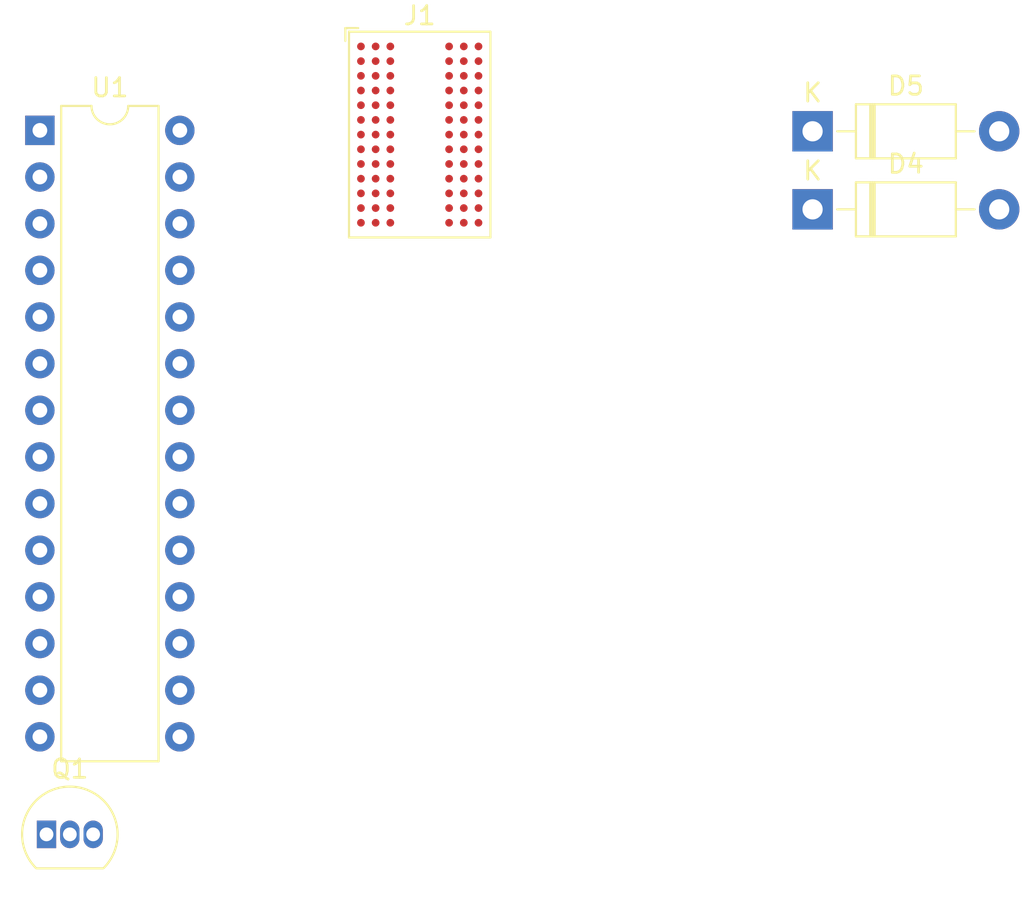
<source format=kicad_pcb>
(kicad_pcb (version 20211014) (generator pcbnew)
  (layers (0 "F.Cu" signal) (31 "B.Cu" signal) (34 "B.Paste" user) (35 "F.Paste" user) (36 "B.SilkS" user "B.Silkscreen") (37 "F.SilkS" user "F.Silkscreen") (38 "B.Mask" user) (39 "F.Mask" user) (44 "Edge.Cuts" user))
  (net 0 "")
  (net 1 "+5V")
  (net 2 "Net-(Q1-Pad2)")
  (net 3 "Net-(D6-Pad1)")
  (net 4 "/rst")
  (net 5 "/rx")
  (net 6 "/tx")
  (net 7 "/yellow")
  (net 8 "/servo_pwm")
  (net 9 "/echo")
  (net 10 "12V_GND")
  (net 11 "/osc1")
  (net 12 "/osc2")
  (net 13 "/trigger")
  (net 15 "/ctrl_motor")
  (net 16 "/buzzer")
  (net 17 "/red")
  (net 18 "/green")
  (net 19 "/MOSI")
  (net 20 "/MISO")
  (net 21 "/SCK")
  (net 22 "/batt_lvl")
  (net 23 "/ENABLE")
  (net 24 "/DIR1")
  (net 25 "/DIR2")
  (net 26 "/SDA")
  (net 27 "/SCL")
  (net 28 "Net-(D4-Pad1)")
  (net 29 "Net-(D4-Pad2)")
  (net 30 "Net-(D5-Pad2)")
  (footprint "Package_BGA:FBGA-78_7.5x11mm_Layout2x3x13_P0.8mm" (layer "F.Cu") (at 81.28 96.52)
    (fp_text reference "J1" (at 0 -6.48) (layer "F.SilkS"))
    (fp_text value "Ext. Ultrassonic Sensor Conn.")
    (fp_line (start -3.85 5.6) (end -3.85 -5.6) (layer "F.SilkS") (width 0.12))
    (fp_line (start -4.05 -5.8) (end -3.35 -5.8) (layer "F.SilkS") (width 0.12))
    (fp_line (start 3.85 5.6) (end -3.85 5.6) (layer "F.SilkS") (width 0.12))
    (fp_line (start -4.05 -5.1) (end -4.05 -5.8) (layer "F.SilkS") (width 0.12))
    (fp_line (start -3.85 -5.6) (end 3.85 -5.6) (layer "F.SilkS") (width 0.12))
    (fp_line (start 3.85 -5.6) (end 3.85 5.6) (layer "F.SilkS") (width 0.12))
    (pad "A1" smd circle (at -3.2 -4.8) (size 0.42 0.42) (layers "F.Cu" "F.Paste" "F.Mask"))
    (pad "A2" smd circle (at -2.4 -4.8) (size 0.42 0.42) (layers "F.Cu" "F.Paste" "F.Mask"))
    (pad "A3" smd circle (at -1.6 -4.8) (size 0.42 0.42) (layers "F.Cu" "F.Paste" "F.Mask"))
    (pad "A7" smd circle (at 1.6 -4.8) (size 0.42 0.42) (layers "F.Cu" "F.Paste" "F.Mask"))
    (pad "A8" smd circle (at 2.4 -4.8) (size 0.42 0.42) (layers "F.Cu" "F.Paste" "F.Mask"))
    (pad "A9" smd circle (at 3.2 -4.8) (size 0.42 0.42) (layers "F.Cu" "F.Paste" "F.Mask"))
    (pad "B1" smd circle (at -3.2 -4) (size 0.42 0.42) (layers "F.Cu" "F.Paste" "F.Mask"))
    (pad "B2" smd circle (at -2.4 -4) (size 0.42 0.42) (layers "F.Cu" "F.Paste" "F.Mask"))
    (pad "B3" smd circle (at -1.6 -4) (size 0.42 0.42) (layers "F.Cu" "F.Paste" "F.Mask"))
    (pad "B7" smd circle (at 1.6 -4) (size 0.42 0.42) (layers "F.Cu" "F.Paste" "F.Mask"))
    (pad "B8" smd circle (at 2.4 -4) (size 0.42 0.42) (layers "F.Cu" "F.Paste" "F.Mask"))
    (pad "B9" smd circle (at 3.2 -4) (size 0.42 0.42) (layers "F.Cu" "F.Paste" "F.Mask"))
    (pad "C1" smd circle (at -3.2 -3.2) (size 0.42 0.42) (layers "F.Cu" "F.Paste" "F.Mask"))
    (pad "C2" smd circle (at -2.4 -3.2) (size 0.42 0.42) (layers "F.Cu" "F.Paste" "F.Mask"))
    (pad "C3" smd circle (at -1.6 -3.2) (size 0.42 0.42) (layers "F.Cu" "F.Paste" "F.Mask"))
    (pad "C7" smd circle (at 1.6 -3.2) (size 0.42 0.42) (layers "F.Cu" "F.Paste" "F.Mask"))
    (pad "C8" smd circle (at 2.4 -3.2) (size 0.42 0.42) (layers "F.Cu" "F.Paste" "F.Mask"))
    (pad "C9" smd circle (at 3.2 -3.2) (size 0.42 0.42) (layers "F.Cu" "F.Paste" "F.Mask"))
    (pad "D1" smd circle (at -3.2 -2.4) (size 0.42 0.42) (layers "F.Cu" "F.Paste" "F.Mask"))
    (pad "D2" smd circle (at -2.4 -2.4) (size 0.42 0.42) (layers "F.Cu" "F.Paste" "F.Mask"))
    (pad "D3" smd circle (at -1.6 -2.4) (size 0.42 0.42) (layers "F.Cu" "F.Paste" "F.Mask"))
    (pad "D7" smd circle (at 1.6 -2.4) (size 0.42 0.42) (layers "F.Cu" "F.Paste" "F.Mask"))
    (pad "D8" smd circle (at 2.4 -2.4) (size 0.42 0.42) (layers "F.Cu" "F.Paste" "F.Mask"))
    (pad "D9" smd circle (at 3.2 -2.4) (size 0.42 0.42) (layers "F.Cu" "F.Paste" "F.Mask"))
    (pad "E1" smd circle (at -3.2 -1.6) (size 0.42 0.42) (layers "F.Cu" "F.Paste" "F.Mask"))
    (pad "E2" smd circle (at -2.4 -1.6) (size 0.42 0.42) (layers "F.Cu" "F.Paste" "F.Mask"))
    (pad "E3" smd circle (at -1.6 -1.6) (size 0.42 0.42) (layers "F.Cu" "F.Paste" "F.Mask"))
    (pad "E7" smd circle (at 1.6 -1.6) (size 0.42 0.42) (layers "F.Cu" "F.Paste" "F.Mask"))
    (pad "E8" smd circle (at 2.4 -1.6) (size 0.42 0.42) (layers "F.Cu" "F.Paste" "F.Mask"))
    (pad "E9" smd circle (at 3.2 -1.6) (size 0.42 0.42) (layers "F.Cu" "F.Paste" "F.Mask"))
    (pad "F1" smd circle (at -3.2 -0.8) (size 0.42 0.42) (layers "F.Cu" "F.Paste" "F.Mask"))
    (pad "F2" smd circle (at -2.4 -0.8) (size 0.42 0.42) (layers "F.Cu" "F.Paste" "F.Mask"))
    (pad "F3" smd circle (at -1.6 -0.8) (size 0.42 0.42) (layers "F.Cu" "F.Paste" "F.Mask"))
    (pad "F7" smd circle (at 1.6 -0.8) (size 0.42 0.42) (layers "F.Cu" "F.Paste" "F.Mask"))
    (pad "F8" smd circle (at 2.4 -0.8) (size 0.42 0.42) (layers "F.Cu" "F.Paste" "F.Mask"))
    (pad "F9" smd circle (at 3.2 -0.8) (size 0.42 0.42) (layers "F.Cu" "F.Paste" "F.Mask"))
    (pad "G1" smd circle (at -3.2 0) (size 0.42 0.42) (layers "F.Cu" "F.Paste" "F.Mask"))
    (pad "G2" smd circle (at -2.4 0) (size 0.42 0.42) (layers "F.Cu" "F.Paste" "F.Mask"))
    (pad "G3" smd circle (at -1.6 0) (size 0.42 0.42) (layers "F.Cu" "F.Paste" "F.Mask"))
    (pad "G7" smd circle (at 1.6 0) (size 0.42 0.42) (layers "F.Cu" "F.Paste" "F.Mask"))
    (pad "G8" smd circle (at 2.4 0) (size 0.42 0.42) (layers "F.Cu" "F.Paste" "F.Mask"))
    (pad "G9" smd circle (at 3.2 0) (size 0.42 0.42) (layers "F.Cu" "F.Paste" "F.Mask"))
    (pad "H1" smd circle (at -3.2 0.8) (size 0.42 0.42) (layers "F.Cu" "F.Paste" "F.Mask"))
    (pad "H2" smd circle (at -2.4 0.8) (size 0.42 0.42) (layers "F.Cu" "F.Paste" "F.Mask"))
    (pad "H3" smd circle (at -1.6 0.8) (size 0.42 0.42) (layers "F.Cu" "F.Paste" "F.Mask"))
    (pad "H7" smd circle (at 1.6 0.8) (size 0.42 0.42) (layers "F.Cu" "F.Paste" "F.Mask"))
    (pad "H8" smd circle (at 2.4 0.8) (size 0.42 0.42) (layers "F.Cu" "F.Paste" "F.Mask"))
    (pad "H9" smd circle (at 3.2 0.8) (size 0.42 0.42) (layers "F.Cu" "F.Paste" "F.Mask"))
    (pad "J1" smd circle (at -3.2 1.6) (size 0.42 0.42) (layers "F.Cu" "F.Paste" "F.Mask"))
    (pad "J2" smd circle (at -2.4 1.6) (size 0.42 0.42) (layers "F.Cu" "F.Paste" "F.Mask"))
    (pad "J3" smd circle (at -1.6 1.6) (size 0.42 0.42) (layers "F.Cu" "F.Paste" "F.Mask"))
    (pad "J7" smd circle (at 1.6 1.6) (size 0.42 0.42) (layers "F.Cu" "F.Paste" "F.Mask"))
    (pad "J8" smd circle (at 2.4 1.6) (size 0.42 0.42) (layers "F.Cu" "F.Paste" "F.Mask"))
    (pad "J9" smd circle (at 3.2 1.6) (size 0.42 0.42) (layers "F.Cu" "F.Paste" "F.Mask"))
    (pad "K1" smd circle (at -3.2 2.4) (size 0.42 0.42) (layers "F.Cu" "F.Paste" "F.Mask"))
    (pad "K2" smd circle (at -2.4 2.4) (size 0.42 0.42) (layers "F.Cu" "F.Paste" "F.Mask"))
    (pad "K3" smd circle (at -1.6 2.4) (size 0.42 0.42) (layers "F.Cu" "F.Paste" "F.Mask"))
    (pad "K7" smd circle (at 1.6 2.4) (size 0.42 0.42) (layers "F.Cu" "F.Paste" "F.Mask"))
    (pad "K8" smd circle (at 2.4 2.4) (size 0.42 0.42) (layers "F.Cu" "F.Paste" "F.Mask"))
    (pad "K9" smd circle (at 3.2 2.4) (size 0.42 0.42) (layers "F.Cu" "F.Paste" "F.Mask"))
    (pad "L1" smd circle (at -3.2 3.2) (size 0.42 0.42) (layers "F.Cu" "F.Paste" "F.Mask"))
    (pad "L2" smd circle (at -2.4 3.2) (size 0.42 0.42) (layers "F.Cu" "F.Paste" "F.Mask"))
    (pad "L3" smd circle (at -1.6 3.2) (size 0.42 0.42) (layers "F.Cu" "F.Paste" "F.Mask"))
    (pad "L7" smd circle (at 1.6 3.2) (size 0.42 0.42) (layers "F.Cu" "F.Paste" "F.Mask"))
    (pad "L8" smd circle (at 2.4 3.2) (size 0.42 0.42) (layers "F.Cu" "F.Paste" "F.Mask"))
    (pad "L9" smd circle (at 3.2 3.2) (size 0.42 0.42) (layers "F.Cu" "F.Paste" "F.Mask"))
    (pad "M1" smd circle (at -3.2 4) (size 0.42 0.42) (layers "F.Cu" "F.Paste" "F.Mask"))
    (pad "M2" smd circle (at -2.4 4) (size 0.42 0.42) (layers "F.Cu" "F.Paste" "F.Mask"))
    (pad "M3" smd circle (at -1.6 4) (size 0.42 0.42) (layers "F.Cu" "F.Paste" "F.Mask"))
    (pad "M7" smd circle (at 1.6 4) (size 0.42 0.42) (layers "F.Cu" "F.Paste" "F.Mask"))
    (pad "M8" smd circle (at 2.4 4) (size 0.42 0.42) (layers "F.Cu" "F.Paste" "F.Mask"))
    (pad "M9" smd circle (at 3.2 4) (size 0.42 0.42) (layers "F.Cu" "F.Paste" "F.Mask"))
    (pad "N1" smd circle (at -3.2 4.8) (size 0.42 0.42) (layers "F.Cu" "F.Paste" "F.Mask"))
    (pad "N2" smd circle (at -2.4 4.8) (size 0.42 0.42) (layers "F.Cu" "F.Paste" "F.Mask"))
    (pad "N3" smd circle (at -1.6 4.8) (size 0.42 0.42) (layers "F.Cu" "F.Paste" "F.Mask"))
    (pad "N7" smd circle (at 1.6 4.8) (size 0.42 0.42) (layers "F.Cu" "F.Paste" "F.Mask"))
    (pad "N8" smd circle (at 2.4 4.8) (size 0.42 0.42) (layers "F.Cu" "F.Paste" "F.Mask"))
    (pad "N9" smd circle (at 3.2 4.8) (size 0.42 0.42) (layers "F.Cu" "F.Paste" "F.Mask"))
  )
  (footprint "Package_TO_SOT_THT:TO-92_Inline" (layer "F.Cu") (at 60.96 134.62)
    (fp_text reference "Q1" (at 1.27 -3.56) (layer "F.SilkS"))
    (fp_text value "BC337")
    (fp_line (start -0.53 1.85) (end 3.07 1.85) (layer "F.SilkS") (width 0.12))
    (fp_arc (start -0.568478 1.838478) (mid -1.132087 -0.994977) (end 1.27 -2.6) (layer "F.SilkS") (width 0.12))
    (fp_arc (start 1.27 -2.6) (mid 3.672087 -0.994977) (end 3.108478 1.838478) (layer "F.SilkS") (width 0.12))
    (pad "1" thru_hole rect (at 0 0) (size 1.05 1.5) (drill 0.75) (layers *.Cu *.Mask) (net 1 "+5V"))
    (pad "2" thru_hole oval (at 1.27 0) (size 1.05 1.5) (drill 0.75) (layers *.Cu *.Mask) (net 2 "Net-(Q1-Pad2)"))
    (pad "3" thru_hole oval (at 2.54 0) (size 1.05 1.5) (drill 0.75) (layers *.Cu *.Mask) (net 3 "Net-(D6-Pad1)"))
  )
  (footprint "Diode_THT:D_DO-41_SOD81_P10.16mm_Horizontal" (layer "F.Cu") (at 102.67 100.59)
    (fp_text reference "D4" (at 5.08 -2.47) (layer "F.SilkS"))
    (fp_text value "1N4001")
    (fp_text user "K" (at 0 -2.1) (layer "F.SilkS"))
    (fp_line (start 2.36 -1.47) (end 2.36 1.47) (layer "F.SilkS") (width 0.12))
    (fp_line (start 3.14 -1.47) (end 3.14 1.47) (layer "F.SilkS") (width 0.12))
    (fp_line (start 7.8 1.47) (end 7.8 -1.47) (layer "F.SilkS") (width 0.12))
    (fp_line (start 3.38 -1.47) (end 3.38 1.47) (layer "F.SilkS") (width 0.12))
    (fp_line (start 1.34 0) (end 2.36 0) (layer "F.SilkS") (width 0.12))
    (fp_line (start 8.82 0) (end 7.8 0) (layer "F.SilkS") (width 0.12))
    (fp_line (start 2.36 1.47) (end 7.8 1.47) (layer "F.SilkS") (width 0.12))
    (fp_line (start 7.8 -1.47) (end 2.36 -1.47) (layer "F.SilkS") (width 0.12))
    (fp_line (start 3.26 -1.47) (end 3.26 1.47) (layer "F.SilkS") (width 0.12))
    (pad "1" thru_hole rect (at 0 0) (size 2.2 2.2) (drill 1.1) (layers *.Cu *.Mask) (net 28 "Net-(D4-Pad1)"))
    (pad "2" thru_hole oval (at 10.16 0) (size 2.2 2.2) (drill 1.1) (layers *.Cu *.Mask) (net 29 "Net-(D4-Pad2)"))
  )
  (footprint "Diode_THT:D_DO-41_SOD81_P10.16mm_Horizontal" (layer "F.Cu") (at 102.67 96.34)
    (fp_text reference "D5" (at 5.08 -2.47) (layer "F.SilkS"))
    (fp_text value "1N4001")
    (fp_text user "K" (at 0 -2.1) (layer "F.SilkS"))
    (fp_line (start 3.26 -1.47) (end 3.26 1.47) (layer "F.SilkS") (width 0.12))
    (fp_line (start 3.38 -1.47) (end 3.38 1.47) (layer "F.SilkS") (width 0.12))
    (fp_line (start 1.34 0) (end 2.36 0) (layer "F.SilkS") (width 0.12))
    (fp_line (start 7.8 -1.47) (end 2.36 -1.47) (layer "F.SilkS") (width 0.12))
    (fp_line (start 7.8 1.47) (end 7.8 -1.47) (layer "F.SilkS") (width 0.12))
    (fp_line (start 8.82 0) (end 7.8 0) (layer "F.SilkS") (width 0.12))
    (fp_line (start 3.14 -1.47) (end 3.14 1.47) (layer "F.SilkS") (width 0.12))
    (fp_line (start 2.36 -1.47) (end 2.36 1.47) (layer "F.SilkS") (width 0.12))
    (fp_line (start 2.36 1.47) (end 7.8 1.47) (layer "F.SilkS") (width 0.12))
    (pad "1" thru_hole rect (at 0 0) (size 2.2 2.2) (drill 1.1) (layers *.Cu *.Mask) (net 28 "Net-(D4-Pad1)"))
    (pad "2" thru_hole oval (at 10.16 0) (size 2.2 2.2) (drill 1.1) (layers *.Cu *.Mask) (net 30 "Net-(D5-Pad2)"))
  )
  (footprint "Package_DIP:DIP-28_W7.62mm" (layer "F.Cu") (at 60.6 96.29)
    (fp_text reference "U1" (at 3.81 -2.33) (layer "F.SilkS"))
    (fp_text value "ATmega328P-P")
    (fp_line (start 6.46 -1.33) (end 4.81 -1.33) (layer "F.SilkS") (width 0.12))
    (fp_line (start 6.46 34.35) (end 6.46 -1.33) (layer "F.SilkS") (width 0.12))
    (fp_line (start 2.81 -1.33) (end 1.16 -1.33) (layer "F.SilkS") (width 0.12))
    (fp_line (start 1.16 -1.33) (end 1.16 34.35) (layer "F.SilkS") (width 0.12))
    (fp_line (start 1.16 34.35) (end 6.46 34.35) (layer "F.SilkS") (width 0.12))
    (fp_arc (start 4.81 -1.33) (mid 3.81 -0.33) (end 2.81 -1.33) (layer "F.SilkS") (width 0.12))
    (pad "1" thru_hole rect (at 0 0) (size 1.6 1.6) (drill 0.8) (layers *.Cu *.Mask) (net 4 "/rst"))
    (pad "2" thru_hole oval (at 0 2.54) (size 1.6 1.6) (drill 0.8) (layers *.Cu *.Mask) (net 5 "/rx"))
    (pad "3" thru_hole oval (at 0 5.08) (size 1.6 1.6) (drill 0.8) (layers *.Cu *.Mask) (net 6 "/tx"))
    (pad "4" thru_hole oval (at 0 7.62) (size 1.6 1.6) (drill 0.8) (layers *.Cu *.Mask) (net 7 "/yellow"))
    (pad "5" thru_hole oval (at 0 10.16) (size 1.6 1.6) (drill 0.8) (layers *.Cu *.Mask) (net 8 "/servo_pwm"))
    (pad "6" thru_hole oval (at 0 12.7) (size 1.6 1.6) (drill 0.8) (layers *.Cu *.Mask) (net 9 "/echo"))
    (pad "7" thru_hole oval (at 0 15.24) (size 1.6 1.6) (drill 0.8) (layers *.Cu *.Mask) (net 1 "+5V"))
    (pad "8" thru_hole oval (at 0 17.78) (size 1.6 1.6) (drill 0.8) (layers *.Cu *.Mask) (net 10 "12V_GND"))
    (pad "9" thru_hole oval (at 0 20.32) (size 1.6 1.6) (drill 0.8) (layers *.Cu *.Mask) (net 11 "/osc1"))
    (pad "10" thru_hole oval (at 0 22.86) (size 1.6 1.6) (drill 0.8) (layers *.Cu *.Mask) (net 12 "/osc2"))
    (pad "11" thru_hole oval (at 0 25.4) (size 1.6 1.6) (drill 0.8) (layers *.Cu *.Mask) (net 13 "/trigger"))
    (pad "12" thru_hole oval (at 0 27.94) (size 1.6 1.6) (drill 0.8) (layers *.Cu *.Mask))
    (pad "13" thru_hole oval (at 0 30.48) (size 1.6 1.6) (drill 0.8) (layers *.Cu *.Mask) (net 15 "/ctrl_motor"))
    (pad "14" thru_hole oval (at 0 33.02) (size 1.6 1.6) (drill 0.8) (layers *.Cu *.Mask) (net 16 "/buzzer"))
    (pad "15" thru_hole oval (at 7.62 33.02) (size 1.6 1.6) (drill 0.8) (layers *.Cu *.Mask) (net 17 "/red"))
    (pad "16" thru_hole oval (at 7.62 30.48) (size 1.6 1.6) (drill 0.8) (layers *.Cu *.Mask) (net 18 "/green"))
    (pad "17" thru_hole oval (at 7.62 27.94) (size 1.6 1.6) (drill 0.8) (layers *.Cu *.Mask) (net 19 "/MOSI"))
    (pad "18" thru_hole oval (at 7.62 25.4) (size 1.6 1.6) (drill 0.8) (layers *.Cu *.Mask) (net 20 "/MISO"))
    (pad "19" thru_hole oval (at 7.62 22.86) (size 1.6 1.6) (drill 0.8) (layers *.Cu *.Mask) (net 21 "/SCK"))
    (pad "20" thru_hole oval (at 7.62 20.32) (size 1.6 1.6) (drill 0.8) (layers *.Cu *.Mask) (net 1 "+5V"))
    (pad "21" thru_hole oval (at 7.62 17.78) (size 1.6 1.6) (drill 0.8) (layers *.Cu *.Mask) (net 1 "+5V"))
    (pad "22" thru_hole oval (at 7.62 15.24) (size 1.6 1.6) (drill 0.8) (layers *.Cu *.Mask) (net 10 "12V_GND"))
    (pad "23" thru_hole oval (at 7.62 12.7) (size 1.6 1.6) (drill 0.8) (layers *.Cu *.Mask) (net 22 "/batt_lvl"))
    (pad "24" thru_hole oval (at 7.62 10.16) (size 1.6 1.6) (drill 0.8) (layers *.Cu *.Mask) (net 23 "/ENABLE"))
    (pad "25" thru_hole oval (at 7.62 7.62) (size 1.6 1.6) (drill 0.8) (layers *.Cu *.Mask) (net 24 "/DIR1"))
    (pad "26" thru_hole oval (at 7.62 5.08) (size 1.6 1.6) (drill 0.8) (layers *.Cu *.Mask) (net 25 "/DIR2"))
    (pad "27" thru_hole oval (at 7.62 2.54) (size 1.6 1.6) (drill 0.8) (layers *.Cu *.Mask) (net 26 "/SDA"))
    (pad "28" thru_hole oval (at 7.62 0) (size 1.6 1.6) (drill 0.8) (layers *.Cu *.Mask) (net 27 "/SCL"))
  )
)
</source>
